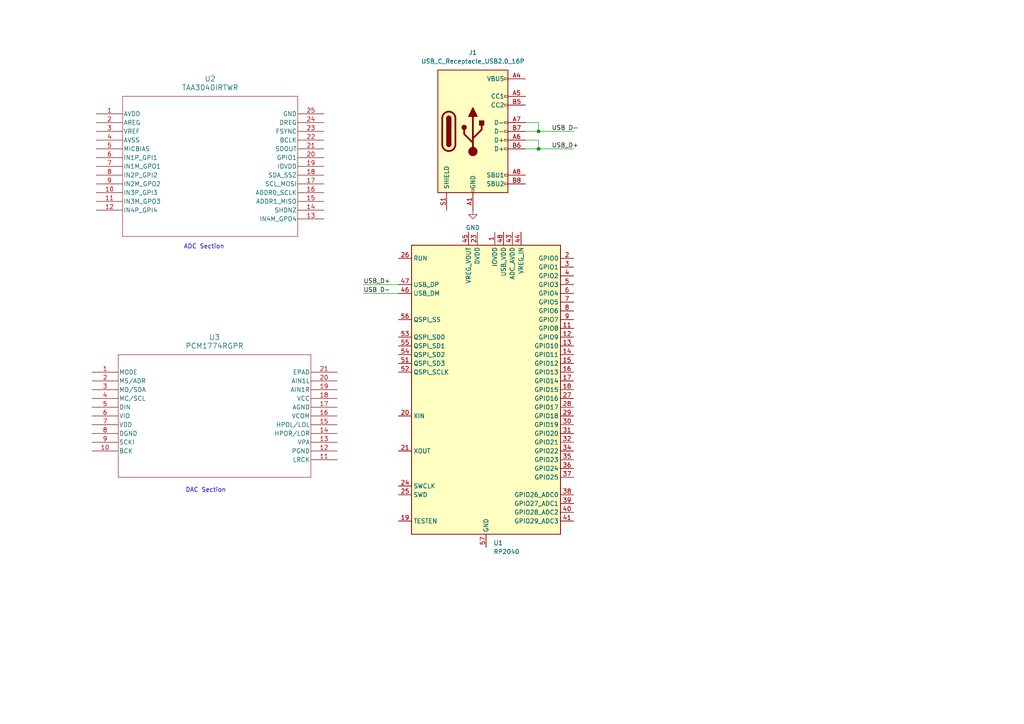
<source format=kicad_sch>
(kicad_sch (version 20250114) (generator "eeschema") (generator_version "9.0")
  (paper "A4")
  (lib_symbols
    (symbol "2025-12-05_23-53-28:TAA3040IRTWR" (pin_names (offset 0.254))
      (property "Reference" "U" (at 33.02 10.16 0))
      (property "Value" "TAA3040IRTWR" (at 33.02 7.62 0))
      (symbol "TAA3040IRTWR_0_1"
        (polyline (pts (xy 7.62 5.08) (xy 7.62 -35.56)) (stroke (width 0.127)))
        (polyline (pts (xy 7.62 -35.56) (xy 58.42 -35.56)) (stroke (width 0.127)))
        (polyline (pts (xy 58.42 5.08) (xy 7.62 5.08)) (stroke (width 0.127)))
        (polyline (pts (xy 58.42 -35.56) (xy 58.42 5.08)) (stroke (width 0.127)))
        (pin power_in line (at 0 0 0) (length 7.62) (name "AVDD") (number "1"))
        (pin power_in line (at 0 -2.54 0) (length 7.62) (name "AREG") (number "2"))
        (pin output line (at 0 -5.08 0) (length 7.62) (name "VREF") (number "3"))
        (pin power_in line (at 0 -7.62 0) (length 7.62) (name "AVSS") (number "4"))
        (pin output line (at 0 -10.16 0) (length 7.62) (name "MICBIAS") (number "5"))
        (pin input line (at 0 -12.7 0) (length 7.62) (name "IN1P_GPI1") (number "6"))
        (pin input line (at 0 -15.24 0) (length 7.62) (name "IN1M_GPO1") (number "7"))
        (pin input line (at 0 -17.78 0) (length 7.62) (name "IN2P_GPI2") (number "8"))
        (pin bidirectional line (at 0 -20.32 0) (length 7.62) (name "IN2M_GPO2") (number "9"))
        (pin input line (at 0 -22.86 0) (length 7.62) (name "IN3P_GPI3") (number "10"))
        (pin bidirectional line (at 0 -25.4 0) (length 7.62) (name "IN3M_GPO3") (number "11"))
        (pin input line (at 0 -27.94 0) (length 7.62) (name "IN4P_GPI4") (number "12"))
        (pin power_out line (at 66.04 0 180) (length 7.62) (name "GND") (number "25"))
        (pin power_in line (at 66.04 -2.54 180) (length 7.62) (name "DREG") (number "24"))
        (pin bidirectional line (at 66.04 -5.08 180) (length 7.62) (name "FSYNC") (number "23"))
        (pin bidirectional line (at 66.04 -7.62 180) (length 7.62) (name "BCLK") (number "22"))
        (pin output line (at 66.04 -10.16 180) (length 7.62) (name "SDOUT") (number "21"))
        (pin bidirectional line (at 66.04 -12.7 180) (length 7.62) (name "GPIO1") (number "20"))
        (pin power_in line (at 66.04 -15.24 180) (length 7.62) (name "IOVDD") (number "19"))
        (pin bidirectional line (at 66.04 -17.78 180) (length 7.62) (name "SDA_SSZ") (number "18"))
        (pin input line (at 66.04 -20.32 180) (length 7.62) (name "SCL_MOSI") (number "17"))
        (pin input line (at 66.04 -22.86 180) (length 7.62) (name "ADDR0_SCLK") (number "16"))
        (pin bidirectional line (at 66.04 -25.4 180) (length 7.62) (name "ADDR1_MISO") (number "15"))
        (pin input line (at 66.04 -27.94 180) (length 7.62) (name "SHDNZ") (number "14"))
        (pin bidirectional line (at 66.04 -30.48 180) (length 7.62) (name "IN4M_GPO4") (number "13"))
      )
    )
    (symbol "2025-12-06_00-00-06:PCM1774RGPR" (pin_names (offset 0.254))
      (property "Reference" "U" (at 35.56 10.16 0))
      (property "Value" "PCM1774RGPR" (at 35.56 7.62 0))
      (symbol "PCM1774RGPR_0_1"
        (polyline (pts (xy 7.62 5.08) (xy 7.62 -30.48)) (stroke (width 0.127)))
        (polyline (pts (xy 7.62 -30.48) (xy 63.5 -30.48)) (stroke (width 0.127)))
        (polyline (pts (xy 63.5 5.08) (xy 7.62 5.08)) (stroke (width 0.127)))
        (polyline (pts (xy 63.5 -30.48) (xy 63.5 5.08)) (stroke (width 0.127)))
        (pin input line (at 0 0 0) (length 7.62) (name "MODE") (number "1"))
        (pin input line (at 0 -2.54 0) (length 7.62) (name "MS/ADR") (number "2"))
        (pin bidirectional line (at 0 -5.08 0) (length 7.62) (name "MD/SDA") (number "3"))
        (pin input line (at 0 -7.62 0) (length 7.62) (name "MC/SCL") (number "4"))
        (pin input line (at 0 -10.16 0) (length 7.62) (name "DIN") (number "5"))
        (pin bidirectional line (at 0 -12.7 0) (length 7.62) (name "VIO") (number "6"))
        (pin power_in line (at 0 -15.24 0) (length 7.62) (name "VDD") (number "7"))
        (pin power_in line (at 0 -17.78 0) (length 7.62) (name "DGND") (number "8"))
        (pin input line (at 0 -20.32 0) (length 7.62) (name "SCKI") (number "9"))
        (pin bidirectional line (at 0 -22.86 0) (length 7.62) (name "BCK") (number "10"))
        (pin unspecified line (at 71.12 0 180) (length 7.62) (name "EPAD") (number "21"))
        (pin input line (at 71.12 -2.54 180) (length 7.62) (name "AIN1L") (number "20"))
        (pin input line (at 71.12 -5.08 180) (length 7.62) (name "AIN1R") (number "19"))
        (pin power_in line (at 71.12 -7.62 180) (length 7.62) (name "VCC") (number "18"))
        (pin power_in line (at 71.12 -10.16 180) (length 7.62) (name "AGND") (number "17"))
        (pin power_in line (at 71.12 -12.7 180) (length 7.62) (name "VCOM") (number "16"))
        (pin output line (at 71.12 -15.24 180) (length 7.62) (name "HPOL/LOL") (number "15"))
        (pin output line (at 71.12 -17.78 180) (length 7.62) (name "HPOR/LOR") (number "14"))
        (pin power_in line (at 71.12 -20.32 180) (length 7.62) (name "VPA") (number "13"))
        (pin power_in line (at 71.12 -22.86 180) (length 7.62) (name "PGND") (number "12"))
        (pin bidirectional line (at 71.12 -25.4 180) (length 7.62) (name "LRCK") (number "11"))
      )
    )
    (symbol "Connector:USB_C_Receptacle_USB2.0_16P" (pin_names (offset 1.016))
      (property "Reference" "J" (at 0 22.225 0))
      (property "Value" "USB_C_Receptacle_USB2.0_16P" (at 0 19.685 0))
      (symbol "USB_C_Receptacle_USB2.0_16P_0_0"
        (rectangle (start -0.254 -17.78) (end 0.254 -16.764))
        (rectangle (start 10.16 15.494) (end 9.144 14.986))
        (rectangle (start 10.16 10.414) (end 9.144 9.906))
        (rectangle (start 10.16 7.874) (end 9.144 7.366))
        (rectangle (start 10.16 2.794) (end 9.144 2.286))
        (rectangle (start 10.16 0.254) (end 9.144 -0.254))
        (rectangle (start 10.16 -2.286) (end 9.144 -2.794))
        (rectangle (start 10.16 -4.826) (end 9.144 -5.334))
        (rectangle (start 10.16 -12.446) (end 9.144 -12.954))
        (rectangle (start 10.16 -14.986) (end 9.144 -15.494))
      )
      (symbol "USB_C_Receptacle_USB2.0_16P_0_1"
        (rectangle (start -10.16 17.78) (end 10.16 -17.78) (stroke (width 0.254)) (fill (type background)))
        (polyline (pts (xy -8.89 -3.81) (xy -8.89 3.81)) (stroke (width 0.508)))
        (rectangle (start -7.62 -3.81) (end -6.35 3.81) (stroke (width 0.254)) (fill (type outline)))
        (arc (start -7.62 3.81) (mid -6.985 4.4423) (end -6.35 3.81) (stroke (width 0.254)))
        (arc (start -7.62 3.81) (mid -6.985 4.4423) (end -6.35 3.81) (stroke (width 0.254)) (fill (type outline)))
        (arc (start -8.89 3.81) (mid -6.985 5.7067) (end -5.08 3.81) (stroke (width 0.508)))
        (arc (start -5.08 -3.81) (mid -6.985 -5.7067) (end -8.89 -3.81) (stroke (width 0.508)))
        (arc (start -6.35 -3.81) (mid -6.985 -4.4423) (end -7.62 -3.81) (stroke (width 0.254)))
        (arc (start -6.35 -3.81) (mid -6.985 -4.4423) (end -7.62 -3.81) (stroke (width 0.254)) (fill (type outline)))
        (polyline (pts (xy -5.08 3.81) (xy -5.08 -3.81)) (stroke (width 0.508)))
        (circle (center -2.54 1.143) (radius 0.635) (stroke (width 0.254)) (fill (type outline)))
        (polyline (pts (xy -1.27 4.318) (xy 0 6.858) (xy 1.27 4.318) (xy -1.27 4.318)) (stroke (width 0.254)) (fill (type outline)))
        (polyline (pts (xy 0 -2.032) (xy 2.54 0.508) (xy 2.54 1.778)) (stroke (width 0.508)))
        (polyline (pts (xy 0 -3.302) (xy -2.54 -0.762) (xy -2.54 0.508)) (stroke (width 0.508)))
        (polyline (pts (xy 0 -5.842) (xy 0 4.318)) (stroke (width 0.508)))
        (circle (center 0 -5.842) (radius 1.27) (fill (type outline)))
        (rectangle (start 1.905 1.778) (end 3.175 3.048) (stroke (width 0.254)) (fill (type outline)))
      )
      (symbol "USB_C_Receptacle_USB2.0_16P_1_1"
        (pin passive line (at -7.62 -22.86 90) (length 5.08) (name "SHIELD") (number "S1"))
        (pin passive line (at 0 -22.86 90) (length 5.08) (name "GND") (number "A1"))
        (pin passive line (at 0 -22.86 90) (length 5.08) (hide yes) (name "GND") (number "A12"))
        (pin passive line (at 0 -22.86 90) (length 5.08) (hide yes) (name "GND") (number "B1"))
        (pin passive line (at 0 -22.86 90) (length 5.08) (hide yes) (name "GND") (number "B12"))
        (pin passive line (at 15.24 15.24 180) (length 5.08) (name "VBUS") (number "A4"))
        (pin passive line (at 15.24 15.24 180) (length 5.08) (hide yes) (name "VBUS") (number "A9"))
        (pin passive line (at 15.24 15.24 180) (length 5.08) (hide yes) (name "VBUS") (number "B4"))
        (pin passive line (at 15.24 15.24 180) (length 5.08) (hide yes) (name "VBUS") (number "B9"))
        (pin bidirectional line (at 15.24 10.16 180) (length 5.08) (name "CC1") (number "A5"))
        (pin bidirectional line (at 15.24 7.62 180) (length 5.08) (name "CC2") (number "B5"))
        (pin bidirectional line (at 15.24 2.54 180) (length 5.08) (name "D-") (number "A7"))
        (pin bidirectional line (at 15.24 0 180) (length 5.08) (name "D-") (number "B7"))
        (pin bidirectional line (at 15.24 -2.54 180) (length 5.08) (name "D+") (number "A6"))
        (pin bidirectional line (at 15.24 -5.08 180) (length 5.08) (name "D+") (number "B6"))
        (pin bidirectional line (at 15.24 -12.7 180) (length 5.08) (name "SBU1") (number "A8"))
        (pin bidirectional line (at 15.24 -15.24 180) (length 5.08) (name "SBU2") (number "B8"))
      )
    )
    (symbol "MCU_RaspberryPi:RP2040"
      (property "Reference" "U" (at 17.78 45.72 0))
      (property "Value" "RP2040" (at 17.78 43.18 0))
      (symbol "RP2040_0_1"
        (rectangle (start -21.59 41.91) (end 21.59 -41.91) (stroke (width 0.254)) (fill (type background)))
      )
      (symbol "RP2040_1_1"
        (pin input line (at -25.4 38.1 0) (length 3.81) (name "RUN") (number "26"))
        (pin bidirectional line (at -25.4 30.48 0) (length 3.81) (name "USB_DP") (number "47"))
        (pin bidirectional line (at -25.4 27.94 0) (length 3.81) (name "USB_DM") (number "46"))
        (pin bidirectional line (at -25.4 20.32 0) (length 3.81) (name "QSPI_SS") (number "56"))
        (pin bidirectional line (at -25.4 15.24 0) (length 3.81) (name "QSPI_SD0") (number "53"))
        (pin bidirectional line (at -25.4 12.7 0) (length 3.81) (name "QSPI_SD1") (number "55"))
        (pin bidirectional line (at -25.4 10.16 0) (length 3.81) (name "QSPI_SD2") (number "54"))
        (pin bidirectional line (at -25.4 7.62 0) (length 3.81) (name "QSPI_SD3") (number "51"))
        (pin output line (at -25.4 5.08 0) (length 3.81) (name "QSPI_SCLK") (number "52"))
        (pin input line (at -25.4 -7.62 0) (length 3.81) (name "XIN") (number "20"))
        (pin passive line (at -25.4 -17.78 0) (length 3.81) (name "XOUT") (number "21"))
        (pin input line (at -25.4 -27.94 0) (length 3.81) (name "SWCLK") (number "24"))
        (pin bidirectional line (at -25.4 -30.48 0) (length 3.81) (name "SWD") (number "25"))
        (pin input line (at -25.4 -38.1 0) (length 3.81) (name "TESTEN") (number "19"))
        (pin power_out line (at -5.08 45.72 270) (length 3.81) (name "VREG_VOUT") (number "45"))
        (pin power_in line (at -2.54 45.72 270) (length 3.81) (name "DVDD") (number "23"))
        (pin passive line (at -2.54 45.72 270) (length 3.81) (hide yes) (name "DVDD") (number "50"))
        (pin power_in line (at 0 -45.72 90) (length 3.81) (name "GND") (number "57"))
        (pin power_in line (at 2.54 45.72 270) (length 3.81) (name "IOVDD") (number "1"))
        (pin passive line (at 2.54 45.72 270) (length 3.81) (hide yes) (name "IOVDD") (number "10"))
        (pin passive line (at 2.54 45.72 270) (length 3.81) (hide yes) (name "IOVDD") (number "22"))
        (pin passive line (at 2.54 45.72 270) (length 3.81) (hide yes) (name "IOVDD") (number "33"))
        (pin passive line (at 2.54 45.72 270) (length 3.81) (hide yes) (name "IOVDD") (number "42"))
        (pin passive line (at 2.54 45.72 270) (length 3.81) (hide yes) (name "IOVDD") (number "49"))
        (pin power_in line (at 5.08 45.72 270) (length 3.81) (name "USB_VDD") (number "48"))
        (pin power_in line (at 7.62 45.72 270) (length 3.81) (name "ADC_AVDD") (number "43"))
        (pin power_in line (at 10.16 45.72 270) (length 3.81) (name "VREG_IN") (number "44"))
        (pin bidirectional line (at 25.4 38.1 180) (length 3.81) (name "GPIO0") (number "2"))
        (pin bidirectional line (at 25.4 35.56 180) (length 3.81) (name "GPIO1") (number "3"))
        (pin bidirectional line (at 25.4 33.02 180) (length 3.81) (name "GPIO2") (number "4"))
        (pin bidirectional line (at 25.4 30.48 180) (length 3.81) (name "GPIO3") (number "5"))
        (pin bidirectional line (at 25.4 27.94 180) (length 3.81) (name "GPIO4") (number "6"))
        (pin bidirectional line (at 25.4 25.4 180) (length 3.81) (name "GPIO5") (number "7"))
        (pin bidirectional line (at 25.4 22.86 180) (length 3.81) (name "GPIO6") (number "8"))
        (pin bidirectional line (at 25.4 20.32 180) (length 3.81) (name "GPIO7") (number "9"))
        (pin bidirectional line (at 25.4 17.78 180) (length 3.81) (name "GPIO8") (number "11"))
        (pin bidirectional line (at 25.4 15.24 180) (length 3.81) (name "GPIO9") (number "12"))
        (pin bidirectional line (at 25.4 12.7 180) (length 3.81) (name "GPIO10") (number "13"))
        (pin bidirectional line (at 25.4 10.16 180) (length 3.81) (name "GPIO11") (number "14"))
        (pin bidirectional line (at 25.4 7.62 180) (length 3.81) (name "GPIO12") (number "15"))
        (pin bidirectional line (at 25.4 5.08 180) (length 3.81) (name "GPIO13") (number "16"))
        (pin bidirectional line (at 25.4 2.54 180) (length 3.81) (name "GPIO14") (number "17"))
        (pin bidirectional line (at 25.4 0 180) (length 3.81) (name "GPIO15") (number "18"))
        (pin bidirectional line (at 25.4 -2.54 180) (length 3.81) (name "GPIO16") (number "27"))
        (pin bidirectional line (at 25.4 -5.08 180) (length 3.81) (name "GPIO17") (number "28"))
        (pin bidirectional line (at 25.4 -7.62 180) (length 3.81) (name "GPIO18") (number "29"))
        (pin bidirectional line (at 25.4 -10.16 180) (length 3.81) (name "GPIO19") (number "30"))
        (pin bidirectional line (at 25.4 -12.7 180) (length 3.81) (name "GPIO20") (number "31"))
        (pin bidirectional line (at 25.4 -15.24 180) (length 3.81) (name "GPIO21") (number "32"))
        (pin bidirectional line (at 25.4 -17.78 180) (length 3.81) (name "GPIO22") (number "34"))
        (pin bidirectional line (at 25.4 -20.32 180) (length 3.81) (name "GPIO23") (number "35"))
        (pin bidirectional line (at 25.4 -22.86 180) (length 3.81) (name "GPIO24") (number "36"))
        (pin bidirectional line (at 25.4 -25.4 180) (length 3.81) (name "GPIO25") (number "37"))
        (pin bidirectional line (at 25.4 -30.48 180) (length 3.81) (name "GPIO26_ADC0") (number "38"))
        (pin bidirectional line (at 25.4 -33.02 180) (length 3.81) (name "GPIO27_ADC1") (number "39"))
        (pin bidirectional line (at 25.4 -35.56 180) (length 3.81) (name "GPIO28_ADC2") (number "40"))
        (pin bidirectional line (at 25.4 -38.1 180) (length 3.81) (name "GPIO29_ADC3") (number "41"))
      )
    )
    (symbol "power:GND" (power) (pin_numbers (hide yes)) (pin_names (offset 0) (hide yes))
      (property "Value" "GND" (at 0 -3.81 0))
      (symbol "GND_0_1"
        (polyline (pts (xy 0 0) (xy 0 -1.27) (xy 1.27 -1.27) (xy 0 -2.54) (xy -1.27 -1.27) (xy 0 -1.27)))
      )
      (symbol "GND_1_1"
        (pin power_in line (at 0 0 270) (length 0) (name "~") (number "1"))
      )
    )
  )
  (text "ADC Section" (at 59.182 71.628 0) (effects (font (size 1.27 1.27))))
  (text "DAC Section" (at 59.69 142.24 0) (effects (font (size 1.27 1.27))))
  (junction (at 156.21 43.18))
  (junction (at 156.21 38.1))
  (wire (pts (xy 152.4 40.64) (xy 156.21 40.64)))
  (wire (pts (xy 152.4 35.56) (xy 156.21 35.56)))
  (wire (pts (xy 156.21 43.18) (xy 166.37 43.18)))
  (wire (pts (xy 152.4 43.18) (xy 156.21 43.18)))
  (wire (pts (xy 152.4 38.1) (xy 156.21 38.1)))
  (wire (pts (xy 156.21 35.56) (xy 156.21 38.1)))
  (wire (pts (xy 105.41 85.09) (xy 115.57 85.09)))
  (wire (pts (xy 105.41 82.55) (xy 115.57 82.55)))
  (wire (pts (xy 156.21 38.1) (xy 166.37 38.1)))
  (wire (pts (xy 156.21 40.64) (xy 156.21 43.18)))
  (label "USB_D+" (at 160.02 43.18 0))
  (label "USB_D+" (at 105.41 82.55 0))
  (label "USB D-" (at 160.02 38.1 0))
  (label "USB D-" (at 105.41 85.09 0))
  (symbol (lib_id "power:GND") (at 137.16 60.96 0) (unit 1)
    (property "Reference" "#PWR01" (effects (hide yes)))
    (property "Value" "GND" (at 137.16 66.04 0))
    (property "Description" "Power symbol creates a global label with name \"GND\" , ground" (effects (hide yes)))
  )
  (symbol (lib_id "MCU_RaspberryPi:RP2040") (at 140.97 113.03 0) (unit 1)
    (property "Reference" "U1" (at 143.1133 157.48 0) (effects (justify left)))
    (property "Value" "RP2040" (at 143.1133 160.02 0) (effects (justify left)))
    (property "Footprint" "Package_DFN_QFN:QFN-56-1EP_7x7mm_P0.4mm_EP3.2x3.2mm" (effects (hide yes)))
    (property "Datasheet" "https://datasheets.raspberrypi.com/rp2040/rp2040-datasheet.pdf" (effects (hide yes)))
    (property "Description" "A microcontroller by Raspberry Pi" (effects (hide yes)))
  )
  (symbol (lib_id "2025-12-05_23-53-28:TAA3040IRTWR") (at 27.94 33.02 0) (unit 1)
    (property "Reference" "U2" (at 60.96 22.86 0) (effects (font (size 1.524 1.524))))
    (property "Value" "TAA3040IRTWR" (at 60.96 25.4 0) (effects (font (size 1.524 1.524))))
    (property "Footprint" "WQFN24_RTW-S_TEX" (effects (hide yes)))
    (property "Datasheet" "https://www.ti.com/lit/gpn/taa3040" (effects (hide yes)))
  )
  (symbol (lib_id "2025-12-06_00-00-06:PCM1774RGPR") (at 26.67 107.95 0) (unit 1)
    (property "Reference" "U3" (at 62.23 97.79 0) (effects (font (size 1.524 1.524))))
    (property "Value" "PCM1774RGPR" (at 62.23 100.33 0) (effects (font (size 1.524 1.524))))
    (property "Footprint" "RGP20_2P7X2P7" (effects (hide yes)))
    (property "Datasheet" "https://www.ti.com/lit/gpn/pcm1774" (effects (hide yes)))
  )
  (symbol (lib_id "Connector:USB_C_Receptacle_USB2.0_16P") (at 137.16 38.1 0) (unit 1)
    (property "Reference" "J1" (at 137.16 15.24 0))
    (property "Value" "USB_C_Receptacle_USB2.0_16P" (at 137.16 17.78 0))
    (property "Datasheet" "https://www.usb.org/sites/default/files/documents/usb_type-c.zip" (effects (hide yes)))
    (property "Description" "USB 2.0-only 16P Type-C Receptacle connector" (effects (hide yes)))
  )
)
</source>
